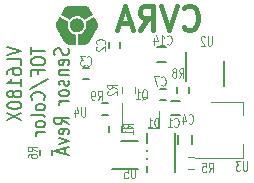
<source format=gbo>
G04 #@! TF.FileFunction,Legend,Bot*
%FSLAX46Y46*%
G04 Gerber Fmt 4.6, Leading zero omitted, Abs format (unit mm)*
G04 Created by KiCad (PCBNEW 4.0.7) date 02/04/18 23:39:56*
%MOMM*%
%LPD*%
G01*
G04 APERTURE LIST*
%ADD10C,0.100000*%
%ADD11C,0.200000*%
%ADD12C,0.400000*%
%ADD13C,0.152400*%
%ADD14C,0.150000*%
%ADD15C,0.010000*%
%ADD16C,0.120000*%
%ADD17R,1.658600X1.658600*%
%ADD18R,0.960000X0.910000*%
%ADD19R,0.760000X0.560000*%
%ADD20R,0.910000X0.960000*%
%ADD21C,4.560000*%
%ADD22R,0.660000X0.760000*%
%ADD23R,0.760000X0.660000*%
%ADD24R,0.560000X0.760000*%
%ADD25R,0.410000X0.860000*%
%ADD26R,1.350000X0.990000*%
%ADD27R,0.960000X1.060000*%
%ADD28R,1.360000X0.560000*%
%ADD29R,0.760000X0.710000*%
%ADD30C,1.660000*%
%ADD31R,1.660000X1.660000*%
%ADD32R,1.660000X1.160000*%
%ADD33R,1.960000X1.160000*%
%ADD34R,2.000000X2.360000*%
G04 APERTURE END LIST*
D10*
D11*
X1242857Y11204762D02*
X2442857Y10871429D01*
X1242857Y10538095D01*
X2442857Y9728571D02*
X2442857Y10204762D01*
X1242857Y10204762D01*
X1242857Y8966666D02*
X1242857Y9157143D01*
X1300000Y9252381D01*
X1357143Y9300000D01*
X1528571Y9395238D01*
X1757143Y9442857D01*
X2214286Y9442857D01*
X2328571Y9395238D01*
X2385714Y9347619D01*
X2442857Y9252381D01*
X2442857Y9061904D01*
X2385714Y8966666D01*
X2328571Y8919047D01*
X2214286Y8871428D01*
X1928571Y8871428D01*
X1814286Y8919047D01*
X1757143Y8966666D01*
X1700000Y9061904D01*
X1700000Y9252381D01*
X1757143Y9347619D01*
X1814286Y9395238D01*
X1928571Y9442857D01*
X2442857Y7919047D02*
X2442857Y8490476D01*
X2442857Y8204762D02*
X1242857Y8204762D01*
X1414286Y8300000D01*
X1528571Y8395238D01*
X1585714Y8490476D01*
X1757143Y7347619D02*
X1700000Y7442857D01*
X1642857Y7490476D01*
X1528571Y7538095D01*
X1471429Y7538095D01*
X1357143Y7490476D01*
X1300000Y7442857D01*
X1242857Y7347619D01*
X1242857Y7157142D01*
X1300000Y7061904D01*
X1357143Y7014285D01*
X1471429Y6966666D01*
X1528571Y6966666D01*
X1642857Y7014285D01*
X1700000Y7061904D01*
X1757143Y7157142D01*
X1757143Y7347619D01*
X1814286Y7442857D01*
X1871429Y7490476D01*
X1985714Y7538095D01*
X2214286Y7538095D01*
X2328571Y7490476D01*
X2385714Y7442857D01*
X2442857Y7347619D01*
X2442857Y7157142D01*
X2385714Y7061904D01*
X2328571Y7014285D01*
X2214286Y6966666D01*
X1985714Y6966666D01*
X1871429Y7014285D01*
X1814286Y7061904D01*
X1757143Y7157142D01*
X1242857Y6347619D02*
X1242857Y6252380D01*
X1300000Y6157142D01*
X1357143Y6109523D01*
X1471429Y6061904D01*
X1700000Y6014285D01*
X1985714Y6014285D01*
X2214286Y6061904D01*
X2328571Y6109523D01*
X2385714Y6157142D01*
X2442857Y6252380D01*
X2442857Y6347619D01*
X2385714Y6442857D01*
X2328571Y6490476D01*
X2214286Y6538095D01*
X1985714Y6585714D01*
X1700000Y6585714D01*
X1471429Y6538095D01*
X1357143Y6490476D01*
X1300000Y6442857D01*
X1242857Y6347619D01*
X1242857Y5680952D02*
X2442857Y5014285D01*
X1242857Y5014285D02*
X2442857Y5680952D01*
X3242857Y11204762D02*
X3242857Y10633333D01*
X4442857Y10919048D02*
X3242857Y10919048D01*
X3242857Y10109524D02*
X3242857Y9919047D01*
X3300000Y9823809D01*
X3414286Y9728571D01*
X3642857Y9680952D01*
X4042857Y9680952D01*
X4271429Y9728571D01*
X4385714Y9823809D01*
X4442857Y9919047D01*
X4442857Y10109524D01*
X4385714Y10204762D01*
X4271429Y10300000D01*
X4042857Y10347619D01*
X3642857Y10347619D01*
X3414286Y10300000D01*
X3300000Y10204762D01*
X3242857Y10109524D01*
X3814286Y8919047D02*
X3814286Y9252381D01*
X4442857Y9252381D02*
X3242857Y9252381D01*
X3242857Y8776190D01*
X3185714Y7680952D02*
X4728571Y8538095D01*
X4328571Y6776190D02*
X4385714Y6823809D01*
X4442857Y6966666D01*
X4442857Y7061904D01*
X4385714Y7204762D01*
X4271429Y7300000D01*
X4157143Y7347619D01*
X3928571Y7395238D01*
X3757143Y7395238D01*
X3528571Y7347619D01*
X3414286Y7300000D01*
X3300000Y7204762D01*
X3242857Y7061904D01*
X3242857Y6966666D01*
X3300000Y6823809D01*
X3357143Y6776190D01*
X4442857Y6204762D02*
X4385714Y6300000D01*
X4328571Y6347619D01*
X4214286Y6395238D01*
X3871429Y6395238D01*
X3757143Y6347619D01*
X3700000Y6300000D01*
X3642857Y6204762D01*
X3642857Y6061904D01*
X3700000Y5966666D01*
X3757143Y5919047D01*
X3871429Y5871428D01*
X4214286Y5871428D01*
X4328571Y5919047D01*
X4385714Y5966666D01*
X4442857Y6061904D01*
X4442857Y6204762D01*
X4442857Y5300000D02*
X4385714Y5395238D01*
X4271429Y5442857D01*
X3242857Y5442857D01*
X4442857Y4776190D02*
X4385714Y4871428D01*
X4328571Y4919047D01*
X4214286Y4966666D01*
X3871429Y4966666D01*
X3757143Y4919047D01*
X3700000Y4871428D01*
X3642857Y4776190D01*
X3642857Y4633332D01*
X3700000Y4538094D01*
X3757143Y4490475D01*
X3871429Y4442856D01*
X4214286Y4442856D01*
X4328571Y4490475D01*
X4385714Y4538094D01*
X4442857Y4633332D01*
X4442857Y4776190D01*
X4442857Y4014285D02*
X3642857Y4014285D01*
X3871429Y4014285D02*
X3757143Y3966666D01*
X3700000Y3919047D01*
X3642857Y3823809D01*
X3642857Y3728570D01*
X6385714Y11109524D02*
X6442857Y10966667D01*
X6442857Y10728571D01*
X6385714Y10633333D01*
X6328571Y10585714D01*
X6214286Y10538095D01*
X6100000Y10538095D01*
X5985714Y10585714D01*
X5928571Y10633333D01*
X5871429Y10728571D01*
X5814286Y10919048D01*
X5757143Y11014286D01*
X5700000Y11061905D01*
X5585714Y11109524D01*
X5471429Y11109524D01*
X5357143Y11061905D01*
X5300000Y11014286D01*
X5242857Y10919048D01*
X5242857Y10680952D01*
X5300000Y10538095D01*
X6385714Y9728571D02*
X6442857Y9823809D01*
X6442857Y10014286D01*
X6385714Y10109524D01*
X6271429Y10157143D01*
X5814286Y10157143D01*
X5700000Y10109524D01*
X5642857Y10014286D01*
X5642857Y9823809D01*
X5700000Y9728571D01*
X5814286Y9680952D01*
X5928571Y9680952D01*
X6042857Y10157143D01*
X5642857Y9252381D02*
X6442857Y9252381D01*
X5757143Y9252381D02*
X5700000Y9204762D01*
X5642857Y9109524D01*
X5642857Y8966666D01*
X5700000Y8871428D01*
X5814286Y8823809D01*
X6442857Y8823809D01*
X6385714Y8395238D02*
X6442857Y8300000D01*
X6442857Y8109524D01*
X6385714Y8014285D01*
X6271429Y7966666D01*
X6214286Y7966666D01*
X6100000Y8014285D01*
X6042857Y8109524D01*
X6042857Y8252381D01*
X5985714Y8347619D01*
X5871429Y8395238D01*
X5814286Y8395238D01*
X5700000Y8347619D01*
X5642857Y8252381D01*
X5642857Y8109524D01*
X5700000Y8014285D01*
X6442857Y7395238D02*
X6385714Y7490476D01*
X6328571Y7538095D01*
X6214286Y7585714D01*
X5871429Y7585714D01*
X5757143Y7538095D01*
X5700000Y7490476D01*
X5642857Y7395238D01*
X5642857Y7252380D01*
X5700000Y7157142D01*
X5757143Y7109523D01*
X5871429Y7061904D01*
X6214286Y7061904D01*
X6328571Y7109523D01*
X6385714Y7157142D01*
X6442857Y7252380D01*
X6442857Y7395238D01*
X6442857Y6633333D02*
X5642857Y6633333D01*
X5871429Y6633333D02*
X5757143Y6585714D01*
X5700000Y6538095D01*
X5642857Y6442857D01*
X5642857Y6347618D01*
X6442857Y4680951D02*
X5871429Y5014285D01*
X6442857Y5252380D02*
X5242857Y5252380D01*
X5242857Y4871427D01*
X5300000Y4776189D01*
X5357143Y4728570D01*
X5471429Y4680951D01*
X5642857Y4680951D01*
X5757143Y4728570D01*
X5814286Y4776189D01*
X5871429Y4871427D01*
X5871429Y5252380D01*
X6385714Y3871427D02*
X6442857Y3966665D01*
X6442857Y4157142D01*
X6385714Y4252380D01*
X6271429Y4299999D01*
X5814286Y4299999D01*
X5700000Y4252380D01*
X5642857Y4157142D01*
X5642857Y3966665D01*
X5700000Y3871427D01*
X5814286Y3823808D01*
X5928571Y3823808D01*
X6042857Y4299999D01*
X5642857Y3490475D02*
X6442857Y3252380D01*
X5642857Y3014284D01*
X6100000Y2680951D02*
X6100000Y2204760D01*
X6442857Y2776189D02*
X5242857Y2442856D01*
X6442857Y2109522D01*
D12*
X16195238Y12885714D02*
X16290476Y12790476D01*
X16576191Y12695238D01*
X16766667Y12695238D01*
X17052381Y12790476D01*
X17242857Y12980952D01*
X17338096Y13171429D01*
X17433334Y13552381D01*
X17433334Y13838095D01*
X17338096Y14219048D01*
X17242857Y14409524D01*
X17052381Y14600000D01*
X16766667Y14695238D01*
X16576191Y14695238D01*
X16290476Y14600000D01*
X16195238Y14504762D01*
X15623810Y14695238D02*
X14957143Y12695238D01*
X14290476Y14695238D01*
X12480952Y12695238D02*
X13147619Y13647619D01*
X13623810Y12695238D02*
X13623810Y14695238D01*
X12861905Y14695238D01*
X12671429Y14600000D01*
X12576190Y14504762D01*
X12480952Y14314286D01*
X12480952Y14028571D01*
X12576190Y13838095D01*
X12671429Y13742857D01*
X12861905Y13647619D01*
X13623810Y13647619D01*
X11719048Y13266667D02*
X10766667Y13266667D01*
X11909524Y12695238D02*
X11242857Y14695238D01*
X10576190Y12695238D01*
D13*
X15481100Y3976400D02*
X15481100Y623600D01*
X13118900Y623600D02*
X13118900Y3976400D01*
D14*
X15850000Y6700000D02*
X15150000Y6700000D01*
X15150000Y5500000D02*
X15850000Y5500000D01*
X3975000Y2050000D02*
X3975000Y2550000D01*
X5025000Y2550000D02*
X5025000Y2050000D01*
X15700000Y3750000D02*
X15700000Y3050000D01*
X16900000Y3050000D02*
X16900000Y3750000D01*
X10775000Y11650000D02*
X10775000Y11150000D01*
X9825000Y11150000D02*
X9825000Y11650000D01*
X7650000Y9475000D02*
X8150000Y9475000D01*
X8150000Y8525000D02*
X7650000Y8525000D01*
X14150000Y7675000D02*
X14650000Y7675000D01*
X14650000Y6725000D02*
X14150000Y6725000D01*
X13950000Y10000000D02*
X14650000Y10000000D01*
X14650000Y11200000D02*
X13950000Y11200000D01*
X10925000Y4550000D02*
X10925000Y4050000D01*
X9875000Y4050000D02*
X9875000Y4550000D01*
X15575000Y7350000D02*
X15575000Y7850000D01*
X16625000Y7850000D02*
X16625000Y7350000D01*
X9750000Y5475000D02*
X9250000Y5475000D01*
X9250000Y6525000D02*
X9750000Y6525000D01*
X19625000Y10050000D02*
X19625000Y7950000D01*
X16375000Y10825000D02*
X16375000Y7950000D01*
D15*
G36*
X8538384Y13748565D02*
X8528076Y13742793D01*
X8511814Y13733564D01*
X8490287Y13721272D01*
X8464180Y13706310D01*
X8434180Y13689072D01*
X8400975Y13669950D01*
X8365251Y13649337D01*
X8353067Y13642298D01*
X8310104Y13617476D01*
X8264049Y13590875D01*
X8216482Y13563407D01*
X8168980Y13535983D01*
X8123122Y13509514D01*
X8080487Y13484912D01*
X8042653Y13463089D01*
X8022867Y13451680D01*
X7991363Y13433508D01*
X7962228Y13416686D01*
X7936261Y13401675D01*
X7914262Y13388939D01*
X7897028Y13378939D01*
X7885360Y13372139D01*
X7880056Y13369001D01*
X7879824Y13368849D01*
X7880434Y13364613D01*
X7883034Y13353970D01*
X7887184Y13338624D01*
X7891403Y13323846D01*
X7900949Y13288667D01*
X7908175Y13255786D01*
X7913419Y13222834D01*
X7917020Y13187444D01*
X7919318Y13147247D01*
X7920123Y13123188D01*
X7920312Y13063401D01*
X7917200Y13009037D01*
X7910448Y12957585D01*
X7899719Y12906536D01*
X7884673Y12853380D01*
X7883003Y12848117D01*
X7854436Y12772389D01*
X7818601Y12700252D01*
X7776010Y12632180D01*
X7727179Y12568648D01*
X7672620Y12510129D01*
X7612847Y12457098D01*
X7548375Y12410030D01*
X7479715Y12369397D01*
X7407383Y12335674D01*
X7331891Y12309336D01*
X7286586Y12297568D01*
X7256633Y12290755D01*
X7256633Y11525200D01*
X7547675Y11525537D01*
X7607525Y11525639D01*
X7659482Y11525803D01*
X7704122Y11526041D01*
X7742017Y11526364D01*
X7773743Y11526784D01*
X7799872Y11527311D01*
X7820980Y11527956D01*
X7837641Y11528731D01*
X7850428Y11529648D01*
X7859917Y11530717D01*
X7865755Y11531739D01*
X7921703Y11547843D01*
X7972773Y11570765D01*
X8018781Y11600384D01*
X8059546Y11636580D01*
X8094884Y11679233D01*
X8100011Y11686632D01*
X8104664Y11694064D01*
X8113223Y11708320D01*
X8125411Y11728924D01*
X8140956Y11755400D01*
X8159583Y11787272D01*
X8181018Y11824063D01*
X8204986Y11865299D01*
X8231215Y11910502D01*
X8259429Y11959196D01*
X8289355Y12010907D01*
X8320718Y12065157D01*
X8353244Y12121471D01*
X8386659Y12179372D01*
X8420689Y12238385D01*
X8455060Y12298033D01*
X8489498Y12357841D01*
X8523728Y12417332D01*
X8557477Y12476031D01*
X8590469Y12533461D01*
X8622432Y12589146D01*
X8653092Y12642611D01*
X8682173Y12693379D01*
X8709401Y12740974D01*
X8734504Y12784920D01*
X8757206Y12824742D01*
X8777233Y12859962D01*
X8794311Y12890106D01*
X8808167Y12914696D01*
X8818526Y12933258D01*
X8825113Y12945314D01*
X8827375Y12949717D01*
X8840537Y12980880D01*
X8849681Y13010020D01*
X8855350Y13039830D01*
X8858087Y13073002D01*
X8858526Y13104234D01*
X8858099Y13129743D01*
X8857039Y13149356D01*
X8855031Y13165636D01*
X8851755Y13181148D01*
X8846896Y13198457D01*
X8846846Y13198623D01*
X8839986Y13219267D01*
X8831930Y13240485D01*
X8824192Y13258342D01*
X8822643Y13261507D01*
X8819184Y13267870D01*
X8812049Y13280602D01*
X8801665Y13298959D01*
X8788461Y13322195D01*
X8772863Y13349567D01*
X8755299Y13380327D01*
X8736198Y13413732D01*
X8715985Y13449036D01*
X8695090Y13485493D01*
X8673939Y13522360D01*
X8652961Y13558890D01*
X8632582Y13594338D01*
X8613231Y13627960D01*
X8595335Y13659010D01*
X8579321Y13686743D01*
X8565617Y13710414D01*
X8554651Y13729278D01*
X8546851Y13742589D01*
X8542643Y13749602D01*
X8542052Y13750488D01*
X8538384Y13748565D01*
X8538384Y13748565D01*
G37*
X8538384Y13748565D02*
X8528076Y13742793D01*
X8511814Y13733564D01*
X8490287Y13721272D01*
X8464180Y13706310D01*
X8434180Y13689072D01*
X8400975Y13669950D01*
X8365251Y13649337D01*
X8353067Y13642298D01*
X8310104Y13617476D01*
X8264049Y13590875D01*
X8216482Y13563407D01*
X8168980Y13535983D01*
X8123122Y13509514D01*
X8080487Y13484912D01*
X8042653Y13463089D01*
X8022867Y13451680D01*
X7991363Y13433508D01*
X7962228Y13416686D01*
X7936261Y13401675D01*
X7914262Y13388939D01*
X7897028Y13378939D01*
X7885360Y13372139D01*
X7880056Y13369001D01*
X7879824Y13368849D01*
X7880434Y13364613D01*
X7883034Y13353970D01*
X7887184Y13338624D01*
X7891403Y13323846D01*
X7900949Y13288667D01*
X7908175Y13255786D01*
X7913419Y13222834D01*
X7917020Y13187444D01*
X7919318Y13147247D01*
X7920123Y13123188D01*
X7920312Y13063401D01*
X7917200Y13009037D01*
X7910448Y12957585D01*
X7899719Y12906536D01*
X7884673Y12853380D01*
X7883003Y12848117D01*
X7854436Y12772389D01*
X7818601Y12700252D01*
X7776010Y12632180D01*
X7727179Y12568648D01*
X7672620Y12510129D01*
X7612847Y12457098D01*
X7548375Y12410030D01*
X7479715Y12369397D01*
X7407383Y12335674D01*
X7331891Y12309336D01*
X7286586Y12297568D01*
X7256633Y12290755D01*
X7256633Y11525200D01*
X7547675Y11525537D01*
X7607525Y11525639D01*
X7659482Y11525803D01*
X7704122Y11526041D01*
X7742017Y11526364D01*
X7773743Y11526784D01*
X7799872Y11527311D01*
X7820980Y11527956D01*
X7837641Y11528731D01*
X7850428Y11529648D01*
X7859917Y11530717D01*
X7865755Y11531739D01*
X7921703Y11547843D01*
X7972773Y11570765D01*
X8018781Y11600384D01*
X8059546Y11636580D01*
X8094884Y11679233D01*
X8100011Y11686632D01*
X8104664Y11694064D01*
X8113223Y11708320D01*
X8125411Y11728924D01*
X8140956Y11755400D01*
X8159583Y11787272D01*
X8181018Y11824063D01*
X8204986Y11865299D01*
X8231215Y11910502D01*
X8259429Y11959196D01*
X8289355Y12010907D01*
X8320718Y12065157D01*
X8353244Y12121471D01*
X8386659Y12179372D01*
X8420689Y12238385D01*
X8455060Y12298033D01*
X8489498Y12357841D01*
X8523728Y12417332D01*
X8557477Y12476031D01*
X8590469Y12533461D01*
X8622432Y12589146D01*
X8653092Y12642611D01*
X8682173Y12693379D01*
X8709401Y12740974D01*
X8734504Y12784920D01*
X8757206Y12824742D01*
X8777233Y12859962D01*
X8794311Y12890106D01*
X8808167Y12914696D01*
X8818526Y12933258D01*
X8825113Y12945314D01*
X8827375Y12949717D01*
X8840537Y12980880D01*
X8849681Y13010020D01*
X8855350Y13039830D01*
X8858087Y13073002D01*
X8858526Y13104234D01*
X8858099Y13129743D01*
X8857039Y13149356D01*
X8855031Y13165636D01*
X8851755Y13181148D01*
X8846896Y13198457D01*
X8846846Y13198623D01*
X8839986Y13219267D01*
X8831930Y13240485D01*
X8824192Y13258342D01*
X8822643Y13261507D01*
X8819184Y13267870D01*
X8812049Y13280602D01*
X8801665Y13298959D01*
X8788461Y13322195D01*
X8772863Y13349567D01*
X8755299Y13380327D01*
X8736198Y13413732D01*
X8715985Y13449036D01*
X8695090Y13485493D01*
X8673939Y13522360D01*
X8652961Y13558890D01*
X8632582Y13594338D01*
X8613231Y13627960D01*
X8595335Y13659010D01*
X8579321Y13686743D01*
X8565617Y13710414D01*
X8554651Y13729278D01*
X8546851Y13742589D01*
X8542643Y13749602D01*
X8542052Y13750488D01*
X8538384Y13748565D01*
G36*
X5655127Y13744084D02*
X5648534Y13733856D01*
X5638616Y13717702D01*
X5625792Y13696346D01*
X5610477Y13670512D01*
X5593088Y13640925D01*
X5574043Y13608309D01*
X5553758Y13573389D01*
X5532649Y13536890D01*
X5511135Y13499535D01*
X5489630Y13462049D01*
X5468553Y13425157D01*
X5448320Y13389583D01*
X5429348Y13356051D01*
X5412053Y13325287D01*
X5396853Y13298014D01*
X5384164Y13274958D01*
X5374403Y13256842D01*
X5367987Y13244390D01*
X5366021Y13240185D01*
X5349997Y13192571D01*
X5340926Y13141859D01*
X5338807Y13089769D01*
X5343641Y13038024D01*
X5355428Y12988343D01*
X5365977Y12959917D01*
X5369524Y12952909D01*
X5377049Y12939051D01*
X5388280Y12918814D01*
X5402944Y12892670D01*
X5420771Y12861092D01*
X5441487Y12824552D01*
X5464821Y12783522D01*
X5490502Y12738474D01*
X5518256Y12689881D01*
X5547813Y12638214D01*
X5578901Y12583946D01*
X5611247Y12527549D01*
X5644580Y12469495D01*
X5678627Y12410256D01*
X5713118Y12350305D01*
X5747779Y12290114D01*
X5782340Y12230154D01*
X5816527Y12170899D01*
X5850070Y12112820D01*
X5882696Y12056389D01*
X5914134Y12002078D01*
X5944111Y11950361D01*
X5972356Y11901708D01*
X5998597Y11856593D01*
X6022562Y11815487D01*
X6043978Y11778862D01*
X6062575Y11747191D01*
X6078080Y11720946D01*
X6090221Y11700599D01*
X6098727Y11686622D01*
X6103175Y11679699D01*
X6129260Y11647786D01*
X6161135Y11617091D01*
X6196555Y11589408D01*
X6233276Y11566529D01*
X6261800Y11553002D01*
X6273504Y11548263D01*
X6283757Y11544153D01*
X6293225Y11540625D01*
X6302577Y11537631D01*
X6312480Y11535125D01*
X6323602Y11533059D01*
X6336609Y11531385D01*
X6352171Y11530057D01*
X6370953Y11529027D01*
X6393625Y11528247D01*
X6420852Y11527671D01*
X6453304Y11527251D01*
X6491647Y11526941D01*
X6536549Y11526691D01*
X6588677Y11526456D01*
X6639625Y11526230D01*
X6943367Y11524834D01*
X6943367Y12290243D01*
X6899083Y12301290D01*
X6820185Y12325255D01*
X6744772Y12356724D01*
X6673292Y12395296D01*
X6606195Y12440572D01*
X6543928Y12492150D01*
X6486943Y12549633D01*
X6435686Y12612618D01*
X6390608Y12680706D01*
X6352156Y12753497D01*
X6328285Y12810017D01*
X6308180Y12869083D01*
X6293439Y12927066D01*
X6283657Y12986262D01*
X6278431Y13048970D01*
X6277256Y13100000D01*
X6277722Y13142230D01*
X6279428Y13178644D01*
X6282700Y13211842D01*
X6287866Y13244428D01*
X6295253Y13279001D01*
X6304247Y13314630D01*
X6309226Y13333717D01*
X6313274Y13349869D01*
X6315954Y13361292D01*
X6316833Y13366084D01*
X6313433Y13370160D01*
X6304605Y13376650D01*
X6294608Y13382774D01*
X6282581Y13389657D01*
X6265353Y13399568D01*
X6245043Y13411284D01*
X6223773Y13423584D01*
X6219466Y13426078D01*
X6196706Y13439253D01*
X6168101Y13455793D01*
X6134658Y13475117D01*
X6097385Y13496645D01*
X6057289Y13519794D01*
X6015376Y13543986D01*
X5972655Y13568637D01*
X5930131Y13593168D01*
X5888812Y13616997D01*
X5849706Y13639543D01*
X5813818Y13660225D01*
X5782157Y13678462D01*
X5755729Y13693674D01*
X5735541Y13705278D01*
X5734180Y13706060D01*
X5711739Y13718838D01*
X5691747Y13730025D01*
X5675379Y13738979D01*
X5663812Y13745058D01*
X5658222Y13747619D01*
X5657980Y13747660D01*
X5655127Y13744084D01*
X5655127Y13744084D01*
G37*
X5655127Y13744084D02*
X5648534Y13733856D01*
X5638616Y13717702D01*
X5625792Y13696346D01*
X5610477Y13670512D01*
X5593088Y13640925D01*
X5574043Y13608309D01*
X5553758Y13573389D01*
X5532649Y13536890D01*
X5511135Y13499535D01*
X5489630Y13462049D01*
X5468553Y13425157D01*
X5448320Y13389583D01*
X5429348Y13356051D01*
X5412053Y13325287D01*
X5396853Y13298014D01*
X5384164Y13274958D01*
X5374403Y13256842D01*
X5367987Y13244390D01*
X5366021Y13240185D01*
X5349997Y13192571D01*
X5340926Y13141859D01*
X5338807Y13089769D01*
X5343641Y13038024D01*
X5355428Y12988343D01*
X5365977Y12959917D01*
X5369524Y12952909D01*
X5377049Y12939051D01*
X5388280Y12918814D01*
X5402944Y12892670D01*
X5420771Y12861092D01*
X5441487Y12824552D01*
X5464821Y12783522D01*
X5490502Y12738474D01*
X5518256Y12689881D01*
X5547813Y12638214D01*
X5578901Y12583946D01*
X5611247Y12527549D01*
X5644580Y12469495D01*
X5678627Y12410256D01*
X5713118Y12350305D01*
X5747779Y12290114D01*
X5782340Y12230154D01*
X5816527Y12170899D01*
X5850070Y12112820D01*
X5882696Y12056389D01*
X5914134Y12002078D01*
X5944111Y11950361D01*
X5972356Y11901708D01*
X5998597Y11856593D01*
X6022562Y11815487D01*
X6043978Y11778862D01*
X6062575Y11747191D01*
X6078080Y11720946D01*
X6090221Y11700599D01*
X6098727Y11686622D01*
X6103175Y11679699D01*
X6129260Y11647786D01*
X6161135Y11617091D01*
X6196555Y11589408D01*
X6233276Y11566529D01*
X6261800Y11553002D01*
X6273504Y11548263D01*
X6283757Y11544153D01*
X6293225Y11540625D01*
X6302577Y11537631D01*
X6312480Y11535125D01*
X6323602Y11533059D01*
X6336609Y11531385D01*
X6352171Y11530057D01*
X6370953Y11529027D01*
X6393625Y11528247D01*
X6420852Y11527671D01*
X6453304Y11527251D01*
X6491647Y11526941D01*
X6536549Y11526691D01*
X6588677Y11526456D01*
X6639625Y11526230D01*
X6943367Y11524834D01*
X6943367Y12290243D01*
X6899083Y12301290D01*
X6820185Y12325255D01*
X6744772Y12356724D01*
X6673292Y12395296D01*
X6606195Y12440572D01*
X6543928Y12492150D01*
X6486943Y12549633D01*
X6435686Y12612618D01*
X6390608Y12680706D01*
X6352156Y12753497D01*
X6328285Y12810017D01*
X6308180Y12869083D01*
X6293439Y12927066D01*
X6283657Y12986262D01*
X6278431Y13048970D01*
X6277256Y13100000D01*
X6277722Y13142230D01*
X6279428Y13178644D01*
X6282700Y13211842D01*
X6287866Y13244428D01*
X6295253Y13279001D01*
X6304247Y13314630D01*
X6309226Y13333717D01*
X6313274Y13349869D01*
X6315954Y13361292D01*
X6316833Y13366084D01*
X6313433Y13370160D01*
X6304605Y13376650D01*
X6294608Y13382774D01*
X6282581Y13389657D01*
X6265353Y13399568D01*
X6245043Y13411284D01*
X6223773Y13423584D01*
X6219466Y13426078D01*
X6196706Y13439253D01*
X6168101Y13455793D01*
X6134658Y13475117D01*
X6097385Y13496645D01*
X6057289Y13519794D01*
X6015376Y13543986D01*
X5972655Y13568637D01*
X5930131Y13593168D01*
X5888812Y13616997D01*
X5849706Y13639543D01*
X5813818Y13660225D01*
X5782157Y13678462D01*
X5755729Y13693674D01*
X5735541Y13705278D01*
X5734180Y13706060D01*
X5711739Y13718838D01*
X5691747Y13730025D01*
X5675379Y13738979D01*
X5663812Y13745058D01*
X5658222Y13747619D01*
X5657980Y13747660D01*
X5655127Y13744084D01*
G36*
X7034844Y13644836D02*
X6994875Y13639032D01*
X6991061Y13638247D01*
X6924741Y13620005D01*
X6862226Y13594510D01*
X6803993Y13562189D01*
X6750516Y13523472D01*
X6702274Y13478786D01*
X6659741Y13428559D01*
X6623394Y13373221D01*
X6593710Y13313197D01*
X6576022Y13265100D01*
X6566419Y13232276D01*
X6559604Y13202285D01*
X6555197Y13172429D01*
X6552817Y13140012D01*
X6552082Y13102334D01*
X6552091Y13095767D01*
X6553025Y13055957D01*
X6555817Y13021613D01*
X6560924Y12989848D01*
X6568802Y12957779D01*
X6579199Y12924615D01*
X6604626Y12862298D01*
X6637080Y12804245D01*
X6676013Y12750940D01*
X6720878Y12702865D01*
X6771126Y12660501D01*
X6826210Y12624332D01*
X6885581Y12594839D01*
X6948693Y12572506D01*
X6990840Y12562182D01*
X7025492Y12556649D01*
X7064075Y12553036D01*
X7103377Y12551490D01*
X7140191Y12552158D01*
X7164155Y12554193D01*
X7230283Y12566510D01*
X7293637Y12586481D01*
X7353640Y12613638D01*
X7409712Y12647514D01*
X7461274Y12687642D01*
X7507747Y12733555D01*
X7548552Y12784786D01*
X7583109Y12840867D01*
X7610841Y12901332D01*
X7617684Y12920084D01*
X7632444Y12969585D01*
X7641847Y13017895D01*
X7646444Y13068381D01*
X7647124Y13100000D01*
X7643446Y13164848D01*
X7632645Y13228406D01*
X7615073Y13289138D01*
X7591081Y13345505D01*
X7591056Y13345554D01*
X7570803Y13381145D01*
X7545602Y13418357D01*
X7517622Y13454225D01*
X7489030Y13485781D01*
X7487465Y13487350D01*
X7435772Y13533078D01*
X7379775Y13571571D01*
X7319781Y13602661D01*
X7256099Y13626183D01*
X7209785Y13637993D01*
X7169875Y13644205D01*
X7125386Y13647419D01*
X7079362Y13647630D01*
X7034844Y13644836D01*
X7034844Y13644836D01*
G37*
X7034844Y13644836D02*
X6994875Y13639032D01*
X6991061Y13638247D01*
X6924741Y13620005D01*
X6862226Y13594510D01*
X6803993Y13562189D01*
X6750516Y13523472D01*
X6702274Y13478786D01*
X6659741Y13428559D01*
X6623394Y13373221D01*
X6593710Y13313197D01*
X6576022Y13265100D01*
X6566419Y13232276D01*
X6559604Y13202285D01*
X6555197Y13172429D01*
X6552817Y13140012D01*
X6552082Y13102334D01*
X6552091Y13095767D01*
X6553025Y13055957D01*
X6555817Y13021613D01*
X6560924Y12989848D01*
X6568802Y12957779D01*
X6579199Y12924615D01*
X6604626Y12862298D01*
X6637080Y12804245D01*
X6676013Y12750940D01*
X6720878Y12702865D01*
X6771126Y12660501D01*
X6826210Y12624332D01*
X6885581Y12594839D01*
X6948693Y12572506D01*
X6990840Y12562182D01*
X7025492Y12556649D01*
X7064075Y12553036D01*
X7103377Y12551490D01*
X7140191Y12552158D01*
X7164155Y12554193D01*
X7230283Y12566510D01*
X7293637Y12586481D01*
X7353640Y12613638D01*
X7409712Y12647514D01*
X7461274Y12687642D01*
X7507747Y12733555D01*
X7548552Y12784786D01*
X7583109Y12840867D01*
X7610841Y12901332D01*
X7617684Y12920084D01*
X7632444Y12969585D01*
X7641847Y13017895D01*
X7646444Y13068381D01*
X7647124Y13100000D01*
X7643446Y13164848D01*
X7632645Y13228406D01*
X7615073Y13289138D01*
X7591081Y13345505D01*
X7591056Y13345554D01*
X7570803Y13381145D01*
X7545602Y13418357D01*
X7517622Y13454225D01*
X7489030Y13485781D01*
X7487465Y13487350D01*
X7435772Y13533078D01*
X7379775Y13571571D01*
X7319781Y13602661D01*
X7256099Y13626183D01*
X7209785Y13637993D01*
X7169875Y13644205D01*
X7125386Y13647419D01*
X7079362Y13647630D01*
X7034844Y13644836D01*
G36*
X7004009Y14672681D02*
X6918222Y14672670D01*
X6840143Y14672646D01*
X6769393Y14672607D01*
X6705592Y14672548D01*
X6648361Y14672465D01*
X6597321Y14672356D01*
X6552092Y14672215D01*
X6512296Y14672039D01*
X6477552Y14671826D01*
X6447481Y14671569D01*
X6421705Y14671267D01*
X6399843Y14670915D01*
X6381517Y14670510D01*
X6366347Y14670047D01*
X6353954Y14669523D01*
X6343958Y14668934D01*
X6335981Y14668277D01*
X6329642Y14667547D01*
X6324563Y14666742D01*
X6320364Y14665856D01*
X6316833Y14664934D01*
X6269755Y14649509D01*
X6229074Y14631229D01*
X6192919Y14609079D01*
X6159425Y14582045D01*
X6152798Y14575884D01*
X6141478Y14564904D01*
X6131233Y14554294D01*
X6121512Y14543238D01*
X6111767Y14530922D01*
X6101447Y14516528D01*
X6090003Y14499243D01*
X6076885Y14478249D01*
X6061544Y14452732D01*
X6043431Y14421876D01*
X6021994Y14384866D01*
X6009774Y14363650D01*
X5988728Y14327079D01*
X5965871Y14287373D01*
X5942341Y14246508D01*
X5919275Y14206458D01*
X5897810Y14169198D01*
X5879082Y14136701D01*
X5874097Y14128056D01*
X5813928Y14023694D01*
X6142639Y13834210D01*
X6191128Y13806261D01*
X6237529Y13779518D01*
X6281315Y13754285D01*
X6321962Y13730865D01*
X6358945Y13709560D01*
X6391738Y13690672D01*
X6419816Y13674503D01*
X6442653Y13661357D01*
X6459726Y13651536D01*
X6470507Y13645343D01*
X6474469Y13643082D01*
X6478531Y13645235D01*
X6486805Y13652382D01*
X6497842Y13663217D01*
X6503833Y13669494D01*
X6553493Y13717303D01*
X6609812Y13762112D01*
X6671216Y13802889D01*
X6736130Y13838603D01*
X6802979Y13868220D01*
X6812975Y13872036D01*
X6890656Y13896596D01*
X6970235Y13913140D01*
X7050990Y13921702D01*
X7132200Y13922318D01*
X7213142Y13915021D01*
X7293096Y13899847D01*
X7371338Y13876831D01*
X7447149Y13846006D01*
X7457716Y13840978D01*
X7523835Y13805388D01*
X7584567Y13765048D01*
X7641783Y13718612D01*
X7684200Y13678283D01*
X7698247Y13664260D01*
X7710091Y13652778D01*
X7718508Y13645001D01*
X7722273Y13642090D01*
X7722300Y13642090D01*
X7726195Y13644190D01*
X7736894Y13650229D01*
X7753872Y13659906D01*
X7776604Y13672918D01*
X7804565Y13688966D01*
X7837231Y13707747D01*
X7874078Y13728959D01*
X7914581Y13752301D01*
X7958215Y13777471D01*
X8004456Y13804168D01*
X8050383Y13830705D01*
X8098668Y13858630D01*
X8144868Y13885380D01*
X8188455Y13910646D01*
X8228901Y13934121D01*
X8265678Y13955498D01*
X8298259Y13974470D01*
X8326116Y13990729D01*
X8348721Y14003968D01*
X8365546Y14013879D01*
X8376063Y14020155D01*
X8379727Y14022468D01*
X8378356Y14026704D01*
X8373072Y14037504D01*
X8364288Y14054154D01*
X8352416Y14075940D01*
X8337870Y14102148D01*
X8321063Y14132064D01*
X8302409Y14164973D01*
X8282320Y14200163D01*
X8261209Y14236919D01*
X8239491Y14274528D01*
X8217577Y14312274D01*
X8195881Y14349445D01*
X8174816Y14385326D01*
X8154796Y14419204D01*
X8136233Y14450364D01*
X8119540Y14478093D01*
X8105132Y14501677D01*
X8093420Y14520401D01*
X8084819Y14533552D01*
X8080525Y14539494D01*
X8044473Y14577640D01*
X8002457Y14610648D01*
X7955820Y14637659D01*
X7905904Y14657811D01*
X7887400Y14663219D01*
X7851417Y14672684D01*
X7097883Y14672684D01*
X7004009Y14672681D01*
X7004009Y14672681D01*
G37*
X7004009Y14672681D02*
X6918222Y14672670D01*
X6840143Y14672646D01*
X6769393Y14672607D01*
X6705592Y14672548D01*
X6648361Y14672465D01*
X6597321Y14672356D01*
X6552092Y14672215D01*
X6512296Y14672039D01*
X6477552Y14671826D01*
X6447481Y14671569D01*
X6421705Y14671267D01*
X6399843Y14670915D01*
X6381517Y14670510D01*
X6366347Y14670047D01*
X6353954Y14669523D01*
X6343958Y14668934D01*
X6335981Y14668277D01*
X6329642Y14667547D01*
X6324563Y14666742D01*
X6320364Y14665856D01*
X6316833Y14664934D01*
X6269755Y14649509D01*
X6229074Y14631229D01*
X6192919Y14609079D01*
X6159425Y14582045D01*
X6152798Y14575884D01*
X6141478Y14564904D01*
X6131233Y14554294D01*
X6121512Y14543238D01*
X6111767Y14530922D01*
X6101447Y14516528D01*
X6090003Y14499243D01*
X6076885Y14478249D01*
X6061544Y14452732D01*
X6043431Y14421876D01*
X6021994Y14384866D01*
X6009774Y14363650D01*
X5988728Y14327079D01*
X5965871Y14287373D01*
X5942341Y14246508D01*
X5919275Y14206458D01*
X5897810Y14169198D01*
X5879082Y14136701D01*
X5874097Y14128056D01*
X5813928Y14023694D01*
X6142639Y13834210D01*
X6191128Y13806261D01*
X6237529Y13779518D01*
X6281315Y13754285D01*
X6321962Y13730865D01*
X6358945Y13709560D01*
X6391738Y13690672D01*
X6419816Y13674503D01*
X6442653Y13661357D01*
X6459726Y13651536D01*
X6470507Y13645343D01*
X6474469Y13643082D01*
X6478531Y13645235D01*
X6486805Y13652382D01*
X6497842Y13663217D01*
X6503833Y13669494D01*
X6553493Y13717303D01*
X6609812Y13762112D01*
X6671216Y13802889D01*
X6736130Y13838603D01*
X6802979Y13868220D01*
X6812975Y13872036D01*
X6890656Y13896596D01*
X6970235Y13913140D01*
X7050990Y13921702D01*
X7132200Y13922318D01*
X7213142Y13915021D01*
X7293096Y13899847D01*
X7371338Y13876831D01*
X7447149Y13846006D01*
X7457716Y13840978D01*
X7523835Y13805388D01*
X7584567Y13765048D01*
X7641783Y13718612D01*
X7684200Y13678283D01*
X7698247Y13664260D01*
X7710091Y13652778D01*
X7718508Y13645001D01*
X7722273Y13642090D01*
X7722300Y13642090D01*
X7726195Y13644190D01*
X7736894Y13650229D01*
X7753872Y13659906D01*
X7776604Y13672918D01*
X7804565Y13688966D01*
X7837231Y13707747D01*
X7874078Y13728959D01*
X7914581Y13752301D01*
X7958215Y13777471D01*
X8004456Y13804168D01*
X8050383Y13830705D01*
X8098668Y13858630D01*
X8144868Y13885380D01*
X8188455Y13910646D01*
X8228901Y13934121D01*
X8265678Y13955498D01*
X8298259Y13974470D01*
X8326116Y13990729D01*
X8348721Y14003968D01*
X8365546Y14013879D01*
X8376063Y14020155D01*
X8379727Y14022468D01*
X8378356Y14026704D01*
X8373072Y14037504D01*
X8364288Y14054154D01*
X8352416Y14075940D01*
X8337870Y14102148D01*
X8321063Y14132064D01*
X8302409Y14164973D01*
X8282320Y14200163D01*
X8261209Y14236919D01*
X8239491Y14274528D01*
X8217577Y14312274D01*
X8195881Y14349445D01*
X8174816Y14385326D01*
X8154796Y14419204D01*
X8136233Y14450364D01*
X8119540Y14478093D01*
X8105132Y14501677D01*
X8093420Y14520401D01*
X8084819Y14533552D01*
X8080525Y14539494D01*
X8044473Y14577640D01*
X8002457Y14610648D01*
X7955820Y14637659D01*
X7905904Y14657811D01*
X7887400Y14663219D01*
X7851417Y14672684D01*
X7097883Y14672684D01*
X7004009Y14672681D01*
D16*
X14080000Y4340000D02*
X13150000Y4340000D01*
X10920000Y4340000D02*
X11850000Y4340000D01*
X10920000Y4340000D02*
X10920000Y6500000D01*
X14080000Y4340000D02*
X14080000Y5800000D01*
X10970000Y7350000D02*
X10970000Y7850000D01*
X12030000Y7850000D02*
X12030000Y7350000D01*
X17050000Y870000D02*
X16550000Y870000D01*
X16550000Y1930000D02*
X17050000Y1930000D01*
D14*
X10875000Y3300000D02*
X12325000Y3300000D01*
X10150000Y900000D02*
X12325000Y900000D01*
D16*
X21180000Y5400000D02*
X21180000Y6600000D01*
X21180000Y6600000D02*
X18480000Y6600000D01*
X17180000Y1800000D02*
X21180000Y1800000D01*
X21180000Y1800000D02*
X21180000Y3000000D01*
D10*
X14042857Y4438095D02*
X14042857Y5238095D01*
X13900000Y5238095D01*
X13814285Y5200000D01*
X13757143Y5123810D01*
X13728571Y5047619D01*
X13700000Y4895238D01*
X13700000Y4780952D01*
X13728571Y4628571D01*
X13757143Y4552381D01*
X13814285Y4476190D01*
X13900000Y4438095D01*
X14042857Y4438095D01*
X13128571Y4438095D02*
X13471428Y4438095D01*
X13300000Y4438095D02*
X13300000Y5238095D01*
X13357143Y5123810D01*
X13414285Y5047619D01*
X13471428Y5009524D01*
X15400000Y4514286D02*
X15428571Y4476190D01*
X15514285Y4438095D01*
X15571428Y4438095D01*
X15657143Y4476190D01*
X15714285Y4552381D01*
X15742857Y4628571D01*
X15771428Y4780952D01*
X15771428Y4895238D01*
X15742857Y5047619D01*
X15714285Y5123810D01*
X15657143Y5200000D01*
X15571428Y5238095D01*
X15514285Y5238095D01*
X15428571Y5200000D01*
X15400000Y5161905D01*
X14828571Y4438095D02*
X15171428Y4438095D01*
X15000000Y4438095D02*
X15000000Y5238095D01*
X15057143Y5123810D01*
X15114285Y5047619D01*
X15171428Y5009524D01*
X3761905Y2400000D02*
X3380952Y2600000D01*
X3761905Y2742857D02*
X2961905Y2742857D01*
X2961905Y2514285D01*
X3000000Y2457143D01*
X3038095Y2428571D01*
X3114286Y2400000D01*
X3228571Y2400000D01*
X3304762Y2428571D01*
X3342857Y2457143D01*
X3380952Y2514285D01*
X3380952Y2742857D01*
X2961905Y1885714D02*
X2961905Y2000000D01*
X3000000Y2057143D01*
X3038095Y2085714D01*
X3152381Y2142857D01*
X3304762Y2171428D01*
X3609524Y2171428D01*
X3685714Y2142857D01*
X3723810Y2114285D01*
X3761905Y2057143D01*
X3761905Y1942857D01*
X3723810Y1885714D01*
X3685714Y1857143D01*
X3609524Y1828571D01*
X3419048Y1828571D01*
X3342857Y1857143D01*
X3304762Y1885714D01*
X3266667Y1942857D01*
X3266667Y2057143D01*
X3304762Y2114285D01*
X3342857Y2142857D01*
X3419048Y2171428D01*
X16600000Y4814286D02*
X16628571Y4776190D01*
X16714285Y4738095D01*
X16771428Y4738095D01*
X16857143Y4776190D01*
X16914285Y4852381D01*
X16942857Y4928571D01*
X16971428Y5080952D01*
X16971428Y5195238D01*
X16942857Y5347619D01*
X16914285Y5423810D01*
X16857143Y5500000D01*
X16771428Y5538095D01*
X16714285Y5538095D01*
X16628571Y5500000D01*
X16600000Y5461905D01*
X16085714Y5271429D02*
X16085714Y4738095D01*
X16228571Y5576190D02*
X16371428Y5004762D01*
X16000000Y5004762D01*
X9485714Y11500000D02*
X9523810Y11528571D01*
X9561905Y11614285D01*
X9561905Y11671428D01*
X9523810Y11757143D01*
X9447619Y11814285D01*
X9371429Y11842857D01*
X9219048Y11871428D01*
X9104762Y11871428D01*
X8952381Y11842857D01*
X8876190Y11814285D01*
X8800000Y11757143D01*
X8761905Y11671428D01*
X8761905Y11614285D01*
X8800000Y11528571D01*
X8838095Y11500000D01*
X8838095Y11271428D02*
X8800000Y11242857D01*
X8761905Y11185714D01*
X8761905Y11042857D01*
X8800000Y10985714D01*
X8838095Y10957143D01*
X8914286Y10928571D01*
X8990476Y10928571D01*
X9104762Y10957143D01*
X9561905Y11300000D01*
X9561905Y10928571D01*
X8000000Y9714286D02*
X8028571Y9676190D01*
X8114285Y9638095D01*
X8171428Y9638095D01*
X8257143Y9676190D01*
X8314285Y9752381D01*
X8342857Y9828571D01*
X8371428Y9980952D01*
X8371428Y10095238D01*
X8342857Y10247619D01*
X8314285Y10323810D01*
X8257143Y10400000D01*
X8171428Y10438095D01*
X8114285Y10438095D01*
X8028571Y10400000D01*
X8000000Y10361905D01*
X7800000Y10438095D02*
X7428571Y10438095D01*
X7628571Y10133333D01*
X7542857Y10133333D01*
X7485714Y10095238D01*
X7457143Y10057143D01*
X7428571Y9980952D01*
X7428571Y9790476D01*
X7457143Y9714286D01*
X7485714Y9676190D01*
X7542857Y9638095D01*
X7714285Y9638095D01*
X7771428Y9676190D01*
X7800000Y9714286D01*
X14300000Y8014286D02*
X14328571Y7976190D01*
X14414285Y7938095D01*
X14471428Y7938095D01*
X14557143Y7976190D01*
X14614285Y8052381D01*
X14642857Y8128571D01*
X14671428Y8280952D01*
X14671428Y8395238D01*
X14642857Y8547619D01*
X14614285Y8623810D01*
X14557143Y8700000D01*
X14471428Y8738095D01*
X14414285Y8738095D01*
X14328571Y8700000D01*
X14300000Y8661905D01*
X14100000Y8738095D02*
X13700000Y8738095D01*
X13957143Y7938095D01*
X14785715Y11514286D02*
X14814286Y11476190D01*
X14900000Y11438095D01*
X14957143Y11438095D01*
X15042858Y11476190D01*
X15100000Y11552381D01*
X15128572Y11628571D01*
X15157143Y11780952D01*
X15157143Y11895238D01*
X15128572Y12047619D01*
X15100000Y12123810D01*
X15042858Y12200000D01*
X14957143Y12238095D01*
X14900000Y12238095D01*
X14814286Y12200000D01*
X14785715Y12161905D01*
X14214286Y11438095D02*
X14557143Y11438095D01*
X14385715Y11438095D02*
X14385715Y12238095D01*
X14442858Y12123810D01*
X14500000Y12047619D01*
X14557143Y12009524D01*
X13700000Y11971429D02*
X13700000Y11438095D01*
X13842857Y12276190D02*
X13985714Y11704762D01*
X13614286Y11704762D01*
X11861905Y4400000D02*
X11480952Y4600000D01*
X11861905Y4742857D02*
X11061905Y4742857D01*
X11061905Y4514285D01*
X11100000Y4457143D01*
X11138095Y4428571D01*
X11214286Y4400000D01*
X11328571Y4400000D01*
X11404762Y4428571D01*
X11442857Y4457143D01*
X11480952Y4514285D01*
X11480952Y4742857D01*
X11861905Y3828571D02*
X11861905Y4171428D01*
X11861905Y4000000D02*
X11061905Y4000000D01*
X11176190Y4057143D01*
X11252381Y4114285D01*
X11290476Y4171428D01*
X15800000Y8638095D02*
X16000000Y9019048D01*
X16142857Y8638095D02*
X16142857Y9438095D01*
X15914285Y9438095D01*
X15857143Y9400000D01*
X15828571Y9361905D01*
X15800000Y9285714D01*
X15800000Y9171429D01*
X15828571Y9095238D01*
X15857143Y9057143D01*
X15914285Y9019048D01*
X16142857Y9019048D01*
X15457143Y9095238D02*
X15514285Y9133333D01*
X15542857Y9171429D01*
X15571428Y9247619D01*
X15571428Y9285714D01*
X15542857Y9361905D01*
X15514285Y9400000D01*
X15457143Y9438095D01*
X15342857Y9438095D01*
X15285714Y9400000D01*
X15257143Y9361905D01*
X15228571Y9285714D01*
X15228571Y9247619D01*
X15257143Y9171429D01*
X15285714Y9133333D01*
X15342857Y9095238D01*
X15457143Y9095238D01*
X15514285Y9057143D01*
X15542857Y9019048D01*
X15571428Y8942857D01*
X15571428Y8790476D01*
X15542857Y8714286D01*
X15514285Y8676190D01*
X15457143Y8638095D01*
X15342857Y8638095D01*
X15285714Y8676190D01*
X15257143Y8714286D01*
X15228571Y8790476D01*
X15228571Y8942857D01*
X15257143Y9019048D01*
X15285714Y9057143D01*
X15342857Y9095238D01*
X8900000Y6738095D02*
X9100000Y7119048D01*
X9242857Y6738095D02*
X9242857Y7538095D01*
X9014285Y7538095D01*
X8957143Y7500000D01*
X8928571Y7461905D01*
X8900000Y7385714D01*
X8900000Y7271429D01*
X8928571Y7195238D01*
X8957143Y7157143D01*
X9014285Y7119048D01*
X9242857Y7119048D01*
X8614285Y6738095D02*
X8500000Y6738095D01*
X8442857Y6776190D01*
X8414285Y6814286D01*
X8357143Y6928571D01*
X8328571Y7080952D01*
X8328571Y7385714D01*
X8357143Y7461905D01*
X8385714Y7500000D01*
X8442857Y7538095D01*
X8557143Y7538095D01*
X8614285Y7500000D01*
X8642857Y7461905D01*
X8671428Y7385714D01*
X8671428Y7195238D01*
X8642857Y7119048D01*
X8614285Y7080952D01*
X8557143Y7042857D01*
X8442857Y7042857D01*
X8385714Y7080952D01*
X8357143Y7119048D01*
X8328571Y7195238D01*
X18557143Y12138095D02*
X18557143Y11490476D01*
X18528571Y11414286D01*
X18500000Y11376190D01*
X18442857Y11338095D01*
X18328571Y11338095D01*
X18271429Y11376190D01*
X18242857Y11414286D01*
X18214286Y11490476D01*
X18214286Y12138095D01*
X17957143Y12061905D02*
X17928572Y12100000D01*
X17871429Y12138095D01*
X17728572Y12138095D01*
X17671429Y12100000D01*
X17642858Y12061905D01*
X17614286Y11985714D01*
X17614286Y11909524D01*
X17642858Y11795238D01*
X17985715Y11338095D01*
X17614286Y11338095D01*
X12657143Y6761905D02*
X12714286Y6800000D01*
X12771429Y6876190D01*
X12857143Y6990476D01*
X12914286Y7028571D01*
X12971429Y7028571D01*
X12942857Y6838095D02*
X13000000Y6876190D01*
X13057143Y6952381D01*
X13085714Y7104762D01*
X13085714Y7371429D01*
X13057143Y7523810D01*
X13000000Y7600000D01*
X12942857Y7638095D01*
X12828571Y7638095D01*
X12771429Y7600000D01*
X12714286Y7523810D01*
X12685714Y7371429D01*
X12685714Y7104762D01*
X12714286Y6952381D01*
X12771429Y6876190D01*
X12828571Y6838095D01*
X12942857Y6838095D01*
X12114286Y6838095D02*
X12457143Y6838095D01*
X12285715Y6838095D02*
X12285715Y7638095D01*
X12342858Y7523810D01*
X12400000Y7447619D01*
X12457143Y7409524D01*
X10511905Y7700000D02*
X10130952Y7900000D01*
X10511905Y8042857D02*
X9711905Y8042857D01*
X9711905Y7814285D01*
X9750000Y7757143D01*
X9788095Y7728571D01*
X9864286Y7700000D01*
X9978571Y7700000D01*
X10054762Y7728571D01*
X10092857Y7757143D01*
X10130952Y7814285D01*
X10130952Y8042857D01*
X9788095Y7471428D02*
X9750000Y7442857D01*
X9711905Y7385714D01*
X9711905Y7242857D01*
X9750000Y7185714D01*
X9788095Y7157143D01*
X9864286Y7128571D01*
X9940476Y7128571D01*
X10054762Y7157143D01*
X10511905Y7500000D01*
X10511905Y7128571D01*
X18300000Y638095D02*
X18500000Y1019048D01*
X18642857Y638095D02*
X18642857Y1438095D01*
X18414285Y1438095D01*
X18357143Y1400000D01*
X18328571Y1361905D01*
X18300000Y1285714D01*
X18300000Y1171429D01*
X18328571Y1095238D01*
X18357143Y1057143D01*
X18414285Y1019048D01*
X18642857Y1019048D01*
X17757143Y1438095D02*
X18042857Y1438095D01*
X18071428Y1057143D01*
X18042857Y1095238D01*
X17985714Y1133333D01*
X17842857Y1133333D01*
X17785714Y1095238D01*
X17757143Y1057143D01*
X17728571Y980952D01*
X17728571Y790476D01*
X17757143Y714286D01*
X17785714Y676190D01*
X17842857Y638095D01*
X17985714Y638095D01*
X18042857Y676190D01*
X18071428Y714286D01*
X12057143Y938095D02*
X12057143Y290476D01*
X12028571Y214286D01*
X12000000Y176190D01*
X11942857Y138095D01*
X11828571Y138095D01*
X11771429Y176190D01*
X11742857Y214286D01*
X11714286Y290476D01*
X11714286Y938095D01*
X11142858Y938095D02*
X11428572Y938095D01*
X11457143Y557143D01*
X11428572Y595238D01*
X11371429Y633333D01*
X11228572Y633333D01*
X11171429Y595238D01*
X11142858Y557143D01*
X11114286Y480952D01*
X11114286Y290476D01*
X11142858Y214286D01*
X11171429Y176190D01*
X11228572Y138095D01*
X11371429Y138095D01*
X11428572Y176190D01*
X11457143Y214286D01*
X7857143Y6138095D02*
X7857143Y5490476D01*
X7828571Y5414286D01*
X7800000Y5376190D01*
X7742857Y5338095D01*
X7628571Y5338095D01*
X7571429Y5376190D01*
X7542857Y5414286D01*
X7514286Y5490476D01*
X7514286Y6138095D01*
X6971429Y5871429D02*
X6971429Y5338095D01*
X7114286Y6176190D02*
X7257143Y5604762D01*
X6885715Y5604762D01*
X21557143Y1538095D02*
X21557143Y890476D01*
X21528571Y814286D01*
X21500000Y776190D01*
X21442857Y738095D01*
X21328571Y738095D01*
X21271429Y776190D01*
X21242857Y814286D01*
X21214286Y890476D01*
X21214286Y1538095D01*
X20985715Y1538095D02*
X20614286Y1538095D01*
X20814286Y1233333D01*
X20728572Y1233333D01*
X20671429Y1195238D01*
X20642858Y1157143D01*
X20614286Y1080952D01*
X20614286Y890476D01*
X20642858Y814286D01*
X20671429Y776190D01*
X20728572Y738095D01*
X20900000Y738095D01*
X20957143Y776190D01*
X20985715Y814286D01*
%LPC*%
D17*
X14300000Y3252500D03*
X14300000Y1347500D03*
D18*
X16250000Y6100000D03*
X14750000Y6100000D03*
D19*
X4500000Y2750000D03*
X4500000Y1850000D03*
D20*
X16300000Y4150000D03*
X16300000Y2650000D03*
D21*
X20400000Y14600000D03*
X2400000Y14600000D03*
D22*
X10300000Y10850000D03*
X10300000Y11950000D03*
D23*
X8450000Y9000000D03*
X7350000Y9000000D03*
X14950000Y7200000D03*
X13850000Y7200000D03*
D18*
X13550000Y10600000D03*
X15050000Y10600000D03*
D19*
X10400000Y3850000D03*
X10400000Y4750000D03*
X16100000Y8050000D03*
X16100000Y7150000D03*
D24*
X9050000Y6000000D03*
X9950000Y6000000D03*
D25*
X17250000Y10400000D03*
X17750000Y10400000D03*
X18250000Y10400000D03*
X18750000Y10400000D03*
X18750000Y7600000D03*
X18250000Y7600000D03*
X17750000Y7600000D03*
X17250000Y7600000D03*
D26*
X18595000Y8585000D03*
X17405000Y8585000D03*
X18595000Y9415000D03*
X17405000Y9415000D03*
D27*
X11550000Y6100000D03*
X13450000Y6100000D03*
X12500000Y4100000D03*
D19*
X11500000Y8050000D03*
X11500000Y7150000D03*
D24*
X16350000Y1400000D03*
X17250000Y1400000D03*
D28*
X10750000Y1450000D03*
X10750000Y2100000D03*
X10750000Y2750000D03*
X12450000Y2750000D03*
X12450000Y2100000D03*
X12450000Y1450000D03*
D29*
X9300000Y4700000D03*
X9300000Y3950000D03*
X9300000Y3200000D03*
X9300000Y2450000D03*
X9300000Y1700000D03*
X9300000Y950000D03*
X7300000Y950000D03*
X7300000Y1700000D03*
X7300000Y2450000D03*
X7300000Y3200000D03*
X7300000Y3950000D03*
X7300000Y4700000D03*
D30*
X5300000Y16000000D03*
X7300000Y15700000D03*
X9300000Y16000000D03*
X11300000Y15700000D03*
X13300000Y16000000D03*
D31*
X17300000Y16000000D03*
D30*
X15300000Y15700000D03*
D10*
G36*
X22572000Y3620000D02*
X21562000Y3020000D01*
X21562000Y5380000D01*
X22572000Y4780000D01*
X22572000Y3620000D01*
X22572000Y3620000D01*
G37*
D32*
X17920000Y2700000D03*
D33*
X18066500Y4200000D03*
D32*
X17920000Y5700000D03*
D34*
X20733500Y4200000D03*
D10*
G36*
X18743800Y4680000D02*
X19903800Y5380000D01*
X19903800Y3020000D01*
X18743800Y3720000D01*
X18743800Y4680000D01*
X18743800Y4680000D01*
G37*
M02*

</source>
